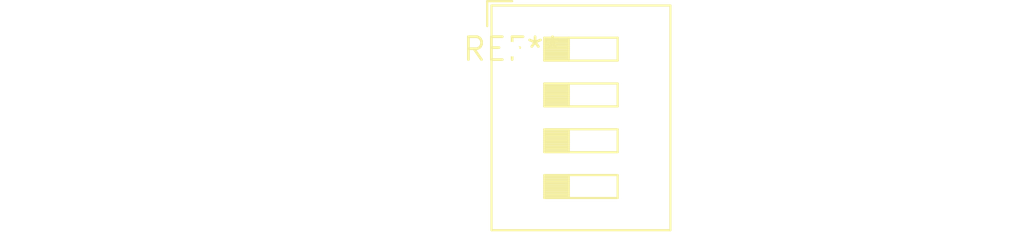
<source format=kicad_pcb>
(kicad_pcb (version 20240108) (generator pcbnew)
  (layers (0 "F.Cu" signal) (31 "B.Cu" signal) (34 "B.Paste" user) (35 "F.Paste" user) (36 "B.SilkS" user "B.Silkscreen") (37 "F.SilkS" user "F.Silkscreen") (38 "B.Mask" user) (39 "F.Mask" user) (44 "Edge.Cuts" user))
  (net 0 "")
  (footprint "SW_DIP_SPSTx04_Slide_9.78x12.34mm_W7.62mm_P2.54mm" (layer "F.Cu") (at 0 0)
    (property "Reference" "REF**")
    (property "Value" "SW_DIP_SPSTx04_Slide_9.78x12.34mm_W7.62mm_P2.54mm")
    (fp_line (start -1.38 -2.66) (end -1.38 -1.277) (layer "F.SilkS") (stroke (width 0.12)))
    (fp_line (start -1.38 -2.66) (end 0.004 -2.66) (layer "F.SilkS") (stroke (width 0.12)))
    (fp_line (start -1.14 -2.42) (end -1.14 10.04) (layer "F.SilkS") (stroke (width 0.12)))
    (fp_line (start -1.14 -2.42) (end 8.76 -2.42) (layer "F.SilkS") (stroke (width 0.12)))
    (fp_line (start -1.14 10.04) (end 8.76 10.04) (layer "F.SilkS") (stroke (width 0.12)))
    (fp_line (start 1.78 -0.635) (end 1.78 0.635) (layer "F.SilkS") (stroke (width 0.12)))
    (fp_line (start 1.78 -0.515) (end 3.133333 -0.515) (layer "F.SilkS") (stroke (width 0.12)))
    (fp_line (start 1.78 -0.395) (end 3.133333 -0.395) (layer "F.SilkS") (stroke (width 0.12)))
    (fp_line (start 1.78 -0.275) (end 3.133333 -0.275) (layer "F.SilkS") (stroke (width 0.12)))
    (fp_line (start 1.78 -0.155) (end 3.133333 -0.155) (layer "F.SilkS") (stroke (width 0.12)))
    (fp_line (start 1.78 -0.035) (end 3.133333 -0.035) (layer "F.SilkS") (stroke (width 0.12)))
    (fp_line (start 1.78 0.085) (end 3.133333 0.085) (layer "F.SilkS") (stroke (width 0.12)))
    (fp_line (start 1.78 0.205) (end 3.133333 0.205) (layer "F.SilkS") (stroke (width 0.12)))
    (fp_line (start 1.78 0.325) (end 3.133333 0.325) (layer "F.SilkS") (stroke (width 0.12)))
    (fp_line (start 1.78 0.445) (end 3.133333 0.445) (layer "F.SilkS") (stroke (width 0.12)))
    (fp_line (start 1.78 0.565) (end 3.133333 0.565) (layer "F.SilkS") (stroke (width 0.12)))
    (fp_line (start 1.78 0.635) (end 5.84 0.635) (layer "F.SilkS") (stroke (width 0.12)))
    (fp_line (start 1.78 1.905) (end 1.78 3.175) (layer "F.SilkS") (stroke (width 0.12)))
    (fp_line (start 1.78 2.025) (end 3.133333 2.025) (layer "F.SilkS") (stroke (width 0.12)))
    (fp_line (start 1.78 2.145) (end 3.133333 2.145) (layer "F.SilkS") (stroke (width 0.12)))
    (fp_line (start 1.78 2.265) (end 3.133333 2.265) (layer "F.SilkS") (stroke (width 0.12)))
    (fp_line (start 1.78 2.385) (end 3.133333 2.385) (layer "F.SilkS") (stroke (width 0.12)))
    (fp_line (start 1.78 2.505) (end 3.133333 2.505) (layer "F.SilkS") (stroke (width 0.12)))
    (fp_line (start 1.78 2.625) (end 3.133333 2.625) (layer "F.SilkS") (stroke (width 0.12)))
    (fp_line (start 1.78 2.745) (end 3.133333 2.745) (layer "F.SilkS") (stroke (width 0.12)))
    (fp_line (start 1.78 2.865) (end 3.133333 2.865) (layer "F.SilkS") (stroke (width 0.12)))
    (fp_line (start 1.78 2.985) (end 3.133333 2.985) (layer "F.SilkS") (stroke (width 0.12)))
    (fp_line (start 1.78 3.105) (end 3.133333 3.105) (layer "F.SilkS") (stroke (width 0.12)))
    (fp_line (start 1.78 3.175) (end 5.84 3.175) (layer "F.SilkS") (stroke (width 0.12)))
    (fp_line (start 1.78 4.445) (end 1.78 5.715) (layer "F.SilkS") (stroke (width 0.12)))
    (fp_line (start 1.78 4.565) (end 3.133333 4.565) (layer "F.SilkS") (stroke (width 0.12)))
    (fp_line (start 1.78 4.685) (end 3.133333 4.685) (layer "F.SilkS") (stroke (width 0.12)))
    (fp_line (start 1.78 4.805) (end 3.133333 4.805) (layer "F.SilkS") (stroke (width 0.12)))
    (fp_line (start 1.78 4.925) (end 3.133333 4.925) (layer "F.SilkS") (stroke (width 0.12)))
    (fp_line (start 1.78 5.045) (end 3.133333 5.045) (layer "F.SilkS") (stroke (width 0.12)))
    (fp_line (start 1.78 5.165) (end 3.133333 5.165) (layer "F.SilkS") (stroke (width 0.12)))
    (fp_line (start 1.78 5.285) (end 3.133333 5.285) (layer "F.SilkS") (stroke (width 0.12)))
    (fp_line (start 1.78 5.405) (end 3.133333 5.405) (layer "F.SilkS") (stroke (width 0.12)))
    (fp_line (start 1.78 5.525) (end 3.133333 5.525) (layer "F.SilkS") (stroke (width 0.12)))
    (fp_line (start 1.78 5.645) (end 3.133333 5.645) (layer "F.SilkS") (stroke (width 0.12)))
    (fp_line (start 1.78 5.715) (end 5.84 5.715) (layer "F.SilkS") (stroke (width 0.12)))
    (fp_line (start 1.78 6.985) (end 1.78 8.255) (layer "F.SilkS") (stroke (width 0.12)))
    (fp_line (start 1.78 7.105) (end 3.133333 7.105) (layer "F.SilkS") (stroke (width 0.12)))
    (fp_line (start 1.78 7.225) (end 3.133333 7.225) (layer "F.SilkS") (stroke (width 0.12)))
    (fp_line (start 1.78 7.345) (end 3.133333 7.345) (layer "F.SilkS") (stroke (width 0.12)))
    (fp_line (start 1.78 7.465) (end 3.133333 7.465) (layer "F.SilkS") (stroke (width 0.12)))
    (fp_line (start 1.78 7.585) (end 3.133333 7.585) (layer "F.SilkS") (stroke (width 0.12)))
    (fp_line (start 1.78 7.705) (end 3.133333 7.705) (layer "F.SilkS") (stroke (width 0.12)))
    (fp_line (start 1.78 7.825) (end 3.133333 7.825) (layer "F.SilkS") (stroke (width 0.12)))
    (fp_line (start 1.78 7.945) (end 3.133333 7.945) (layer "F.SilkS") (stroke (width 0.12)))
    (fp_line (start 1.78 8.065) (end 3.133333 8.065) (layer "F.SilkS") (stroke (width 0.12)))
    (fp_line (start 1.78 8.185) (end 3.133333 8.185) (layer "F.SilkS") (stroke (width 0.12)))
    (fp_line (start 1.78 8.255) (end 5.84 8.255) (layer "F.SilkS") (stroke (width 0.12)))
    (fp_line (start 3.133333 -0.635) (end 3.133333 0.635) (layer "F.SilkS") (stroke (width 0.12)))
    (fp_line (start 3.133333 1.905) (end 3.133333 3.175) (layer "F.SilkS") (stroke (width 0.12)))
    (fp_line (start 3.133333 4.445) (end 3.133333 5.715) (layer "F.SilkS") (stroke (width 0.12)))
    (fp_line (start 3.133333 6.985) (end 3.133333 8.255) (layer "F.SilkS") (stroke (width 0.12)))
    (fp_line (start 5.84 -0.635) (end 1.78 -0.635) (layer "F.SilkS") (stroke (width 0.12)))
    (fp_line (start 5.84 0.635) (end 5.84 -0.635) (layer "F.SilkS") (stroke (width 0.12)))
    (fp_line (start 5.84 1.905) (end 1.78 1.905) (layer "F.SilkS") (stroke (width 0.12)))
    (fp_line (start 5.84 3.175) (end 5.84 1.905) (layer "F.SilkS") (stroke (width 0.12)))
    (fp_line (start 5.84 4.445) (end 1.78 4.445) (layer "F.SilkS") (stroke (width 0.12)))
    (fp_line (start 5.84 5.715) (end 5.84 4.445) (layer "F.SilkS") (stroke (width 0.12)))
    (fp_line (start 5.84 6.985) (end 1.78 6.985) (layer "F.SilkS") (stroke (width 0.12)))
    (fp_line (start 5.84 8.255) (end 5.84 6.985) (layer "F.SilkS") (stroke (width 0.12)))
    (fp_line (start 8.76 -2.42) (end 8.76 10.04) (layer "F.SilkS") (stroke (width 0.12)))
    (pad "1" thru_hole rect (at 0 0) (size 1.6 1.6) (drill 0.8) (layers *.Cu *.Mask) (remove_unused_layers))
    (pad "2" thru_hole oval (at 0 2.54) (size 1.6 1.6) (drill 0.8) (layers *.Cu *.Mask) (remove_unused_layers))
    (pad "3" thru_hole oval (at 0 5.08) (size 1.6 1.6) (drill 0.8) (layers *.Cu *.Mask) (remove_unused_layers))
    (pad "4" thru_hole oval (at 0 7.62) (size 1.6 1.6) (drill 0.8) (layers *.Cu *.Mask) (remove_unused_layers))
    (pad "5" thru_hole oval (at 7.62 7.62) (size 1.6 1.6) (drill 0.8) (layers *.Cu *.Mask) (remove_unused_layers))
    (pad "6" thru_hole oval (at 7.62 5.08) (size 1.6 1.6) (drill 0.8) (layers *.Cu *.Mask) (remove_unused_layers))
    (pad "7" thru_hole oval (at 7.62 2.54) (size 1.6 1.6) (drill 0.8) (layers *.Cu *.Mask) (remove_unused_layers))
    (pad "8" thru_hole oval (at 7.62 0) (size 1.6 1.6) (drill 0.8) (layers *.Cu *.Mask) (remove_unused_layers))
  )
)
</source>
